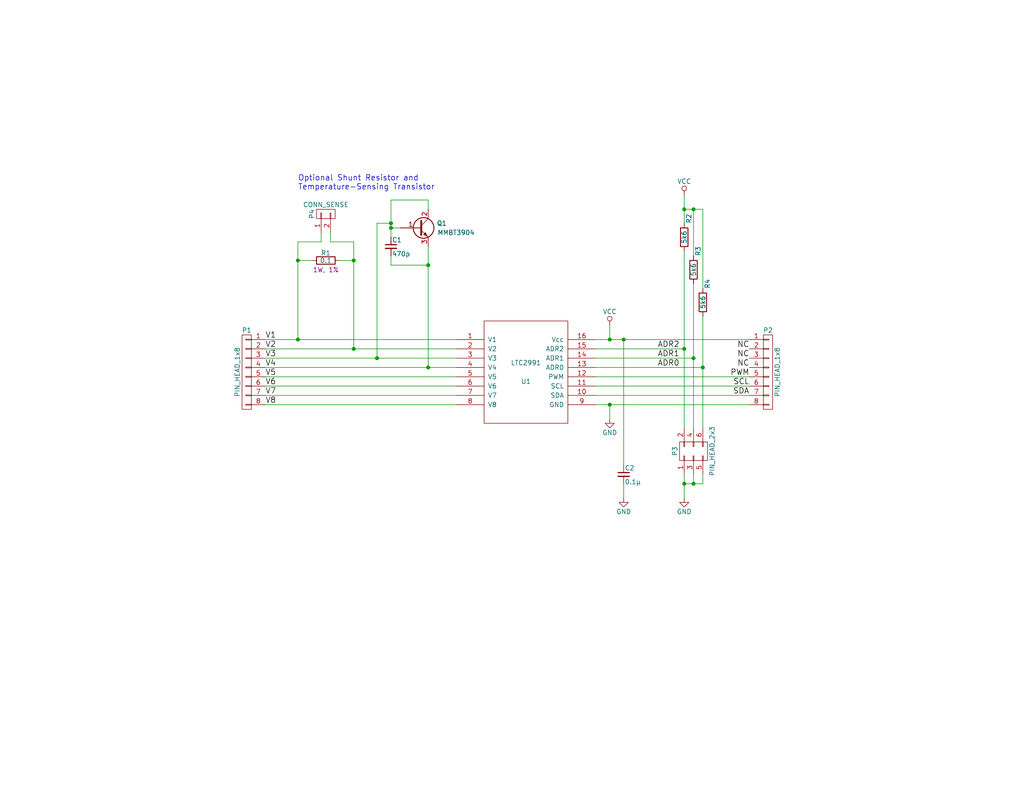
<source format=kicad_sch>
(kicad_sch (version 20230121) (generator eeschema)
  (paper "A")
  (title_block (title "LTC2991 Development Board") (date "2016-12-10") (rev "B2") (company "Paul Mullen <pm@nellump.net>") (comment 1 "<https://www.nellump.net/git/ltc2991-dev/>"))
  (lib_symbols
    (symbol "LTC2991_Dev_Board-rescue:CONN_01X02" (pin_names (offset 1.016) hide)
      (property "Reference" "P" (at 0 3.81 0))
      (property "Value" "CONN_01X02" (at 2.54 0 90))
      (symbol "CONN_01X02_0_1"
        (rectangle (start -1.27 -1.143) (end 0.254 -1.397))
        (rectangle (start -1.27 1.397) (end 0.254 1.143))
        (rectangle (start -1.27 2.54) (end 1.27 -2.54))
      )
      (symbol "CONN_01X02_1_1"
        (pin passive line (at -5.08 1.27 0) (length 3.81) (name "P1") (number "1"))
        (pin passive line (at -5.08 -1.27 0) (length 3.81) (name "P2") (number "2"))
      )
    )
    (symbol "LTC2991_Dev_Board-rescue:CONN_01X08" (pin_names (offset 1.016) hide)
      (property "Reference" "P" (at 0 11.43 0))
      (property "Value" "CONN_01X08" (at 2.54 0 90))
      (symbol "CONN_01X08_0_1"
        (rectangle (start -1.27 -10.16) (end 1.27 10.16))
        (rectangle (start -1.27 -8.763) (end 0.254 -9.017))
        (rectangle (start -1.27 -6.223) (end 0.254 -6.477))
        (rectangle (start -1.27 -3.683) (end 0.254 -3.937))
        (rectangle (start -1.27 -1.143) (end 0.254 -1.397))
        (rectangle (start -1.27 1.397) (end 0.254 1.143))
        (rectangle (start -1.27 3.937) (end 0.254 3.683))
        (rectangle (start -1.27 6.477) (end 0.254 6.223))
        (rectangle (start -1.27 9.017) (end 0.254 8.763))
      )
      (symbol "CONN_01X08_1_1"
        (pin passive line (at -5.08 8.89 0) (length 3.81) (name "P1") (number "1"))
        (pin passive line (at -5.08 6.35 0) (length 3.81) (name "P2") (number "2"))
        (pin passive line (at -5.08 3.81 0) (length 3.81) (name "P3") (number "3"))
        (pin passive line (at -5.08 1.27 0) (length 3.81) (name "P4") (number "4"))
        (pin passive line (at -5.08 -1.27 0) (length 3.81) (name "P5") (number "5"))
        (pin passive line (at -5.08 -3.81 0) (length 3.81) (name "P6") (number "6"))
        (pin passive line (at -5.08 -6.35 0) (length 3.81) (name "P7") (number "7"))
        (pin passive line (at -5.08 -8.89 0) (length 3.81) (name "P8") (number "8"))
      )
    )
    (symbol "LTC2991_Dev_Board-rescue:CONN_02X03" (pin_names (offset 0.0254) hide)
      (property "Reference" "P" (at 0 5.08 0))
      (property "Value" "CONN_02X03" (at 0 -5.08 0))
      (symbol "CONN_02X03_0_1"
        (rectangle (start -2.54 -2.413) (end -1.27 -2.667))
        (rectangle (start -2.54 0.127) (end -1.27 -0.127))
        (rectangle (start -2.54 2.667) (end -1.27 2.413))
        (rectangle (start -2.54 3.81) (end 2.54 -3.81))
        (rectangle (start 1.27 -2.413) (end 2.54 -2.667))
        (rectangle (start 1.27 0.127) (end 2.54 -0.127))
        (rectangle (start 1.27 2.667) (end 2.54 2.413))
      )
      (symbol "CONN_02X03_1_1"
        (pin passive line (at -6.35 2.54 0) (length 3.81) (name "P1") (number "1"))
        (pin passive line (at 6.35 2.54 180) (length 3.81) (name "P2") (number "2"))
        (pin passive line (at -6.35 0 0) (length 3.81) (name "P3") (number "3"))
        (pin passive line (at 6.35 0 180) (length 3.81) (name "P4") (number "4"))
        (pin passive line (at -6.35 -2.54 0) (length 3.81) (name "P5") (number "5"))
        (pin passive line (at 6.35 -2.54 180) (length 3.81) (name "P6") (number "6"))
      )
    )
    (symbol "LTC2991_Dev_Board-rescue:C_Small" (pin_numbers hide) (pin_names (offset 0.254) hide)
      (property "Reference" "C" (at 0.254 1.778 0))
      (property "Value" "C_Small" (at 0.254 -2.032 0))
      (symbol "C_Small_0_1"
        (polyline (pts (xy -1.524 -0.508) (xy 1.524 -0.508)) (stroke (width 0.3302)))
        (polyline (pts (xy -1.524 0.508) (xy 1.524 0.508)) (stroke (width 0.3048)))
      )
      (symbol "C_Small_1_1"
        (pin passive line (at 0 2.54 270) (length 2.032) (name "~") (number "1"))
        (pin passive line (at 0 -2.54 90) (length 2.032) (name "~") (number "2"))
      )
    )
    (symbol "LTC2991_Dev_Board-rescue:GND" (power) (pin_names (offset 0))
      (property "Value" "GND" (at 0 -3.81 0))
      (symbol "GND_0_1"
        (polyline (pts (xy 0 0) (xy 0 -1.27) (xy 1.27 -1.27) (xy 0 -2.54) (xy -1.27 -1.27) (xy 0 -1.27)))
      )
      (symbol "GND_1_1"
        (pin power_in line (at 0 0 270) (length 0) hide (name "GND") (number "1"))
      )
    )
    (symbol "LTC2991_Dev_Board-rescue:Q_NPN_BCE" (pin_names (offset 0) hide)
      (property "Reference" "Q" (at 5.08 1.27 0))
      (property "Value" "Q_NPN_BCE" (at 5.08 -1.27 0))
      (symbol "Q_NPN_BCE_0_1"
        (polyline (pts (xy 0.635 0.635) (xy 2.54 2.54)))
        (polyline (pts (xy 0.635 -0.635) (xy 2.54 -2.54) (xy 2.54 -2.54)))
        (polyline (pts (xy 0.635 1.905) (xy 0.635 -1.905) (xy 0.635 -1.905)) (stroke (width 0.508)))
        (polyline (pts (xy 1.27 -1.778) (xy 1.778 -1.27) (xy 2.286 -2.286) (xy 1.27 -1.778) (xy 1.27 -1.778)) (fill (type outline)))
        (circle (center 1.27 0) (radius 2.8194) (stroke (width 0.254)))
      )
      (symbol "Q_NPN_BCE_1_1"
        (pin input line (at -5.08 0 0) (length 5.715) (name "B") (number "1"))
        (pin passive line (at 2.54 5.08 270) (length 2.54) (name "C") (number "2"))
        (pin passive line (at 2.54 -5.08 90) (length 2.54) (name "E") (number "3"))
      )
    )
    (symbol "LTC2991_Dev_Board-rescue:R" (pin_numbers hide) (pin_names (offset 0))
      (property "Reference" "R" (at 2.032 0 90))
      (property "Value" "R" (at 0 0 90))
      (symbol "R_0_1"
        (rectangle (start -1.016 -2.54) (end 1.016 2.54) (stroke (width 0.254)))
      )
      (symbol "R_1_1"
        (pin passive line (at 0 3.81 270) (length 1.27) (name "~") (number "1"))
        (pin passive line (at 0 -3.81 90) (length 1.27) (name "~") (number "2"))
      )
    )
    (symbol "LTC2991_Dev_Board-rescue:VCC" (power) (pin_names (offset 0))
      (property "Value" "VCC" (at 0 3.81 0))
      (symbol "VCC_0_1"
        (polyline (pts (xy 0 0) (xy 0 1.27)))
        (circle (center 0 1.905) (radius 0.635))
      )
      (symbol "VCC_1_1"
        (pin power_in line (at 0 0 90) (length 0) hide (name "VCC") (number "1"))
      )
    )
    (symbol "LTC299x:LTC2991" (pin_names (offset 1.016))
      (property "Reference" "U" (at 0 -2.54 0))
      (property "Value" "LTC2991" (at 0 2.54 0))
      (symbol "LTC2991_1_0"
        (rectangle (start -11.43 -13.97) (end 11.43 13.97))
      )
      (symbol "LTC2991_1_1"
        (pin input line (at -19.05 8.89 0) (length 7.62) (name "V1") (number "1"))
        (pin bidirectional line (at 19.05 -6.35 180) (length 7.62) (name "SDA") (number "10"))
        (pin input line (at 19.05 -3.81 180) (length 7.62) (name "SCL") (number "11"))
        (pin output line (at 19.05 -1.27 180) (length 7.62) (name "PWM") (number "12"))
        (pin input line (at 19.05 1.27 180) (length 7.62) (name "ADR0") (number "13"))
        (pin input line (at 19.05 3.81 180) (length 7.62) (name "ADR1") (number "14"))
        (pin input line (at 19.05 6.35 180) (length 7.62) (name "ADR2") (number "15"))
        (pin power_in line (at 19.05 8.89 180) (length 7.62) (name "Vcc") (number "16"))
        (pin input line (at -19.05 6.35 0) (length 7.62) (name "V2") (number "2"))
        (pin input line (at -19.05 3.81 0) (length 7.62) (name "V3") (number "3"))
        (pin input line (at -19.05 1.27 0) (length 7.62) (name "V4") (number "4"))
        (pin input line (at -19.05 -1.27 0) (length 7.62) (name "V5") (number "5"))
        (pin input line (at -19.05 -3.81 0) (length 7.62) (name "V6") (number "6"))
        (pin input line (at -19.05 -6.35 0) (length 7.62) (name "V7") (number "7"))
        (pin input line (at -19.05 -8.89 0) (length 7.62) (name "V8") (number "8"))
        (pin power_out line (at 19.05 -8.89 180) (length 7.62) (name "GND") (number "9"))
      )
    )
  )
  (junction (at 96.52 71.12))
  (junction (at 106.68 62.23))
  (junction (at 81.28 71.12))
  (junction (at 102.87 97.79))
  (junction (at 186.69 95.25))
  (junction (at 166.37 110.49))
  (junction (at 96.52 95.25))
  (junction (at 191.77 100.33))
  (junction (at 81.28 92.71))
  (junction (at 189.23 132.08))
  (junction (at 106.68 60.96))
  (junction (at 116.84 72.39))
  (junction (at 186.69 57.15))
  (junction (at 166.37 92.71))
  (junction (at 189.23 57.15))
  (junction (at 116.84 100.33))
  (junction (at 189.23 97.79))
  (junction (at 170.18 92.71))
  (junction (at 186.69 132.08))
  (wire (pts (xy 162.56 100.33) (xy 191.77 100.33)))
  (wire (pts (xy 162.56 110.49) (xy 166.37 110.49)))
  (wire (pts (xy 170.18 135.89) (xy 170.18 132.08)))
  (wire (pts (xy 162.56 92.71) (xy 166.37 92.71)))
  (wire (pts (xy 189.23 57.15) (xy 189.23 69.85)))
  (wire (pts (xy 85.09 71.12) (xy 81.28 71.12)))
  (wire (pts (xy 186.69 68.58) (xy 186.69 95.25)))
  (wire (pts (xy 106.68 62.23) (xy 109.22 62.23)))
  (wire (pts (xy 116.84 72.39) (xy 106.68 72.39)))
  (wire (pts (xy 72.39 97.79) (xy 102.87 97.79)))
  (wire (pts (xy 124.46 110.49) (xy 72.39 110.49)))
  (wire (pts (xy 90.17 66.04) (xy 90.17 63.5)))
  (wire (pts (xy 72.39 100.33) (xy 116.84 100.33)))
  (wire (pts (xy 87.63 66.04) (xy 87.63 63.5)))
  (wire (pts (xy 102.87 60.96) (xy 102.87 97.79)))
  (wire (pts (xy 166.37 92.71) (xy 170.18 92.71)))
  (wire (pts (xy 106.68 60.96) (xy 102.87 60.96)))
  (wire (pts (xy 116.84 67.31) (xy 116.84 72.39)))
  (wire (pts (xy 116.84 72.39) (xy 116.84 100.33)))
  (wire (pts (xy 166.37 88.9) (xy 166.37 92.71)))
  (wire (pts (xy 106.68 60.96) (xy 106.68 62.23)))
  (wire (pts (xy 162.56 105.41) (xy 204.47 105.41)))
  (wire (pts (xy 90.17 66.04) (xy 96.52 66.04)))
  (wire (pts (xy 166.37 110.49) (xy 204.47 110.49)))
  (wire (pts (xy 106.68 62.23) (xy 106.68 64.77)))
  (wire (pts (xy 116.84 57.15) (xy 116.84 54.61)))
  (wire (pts (xy 106.68 72.39) (xy 106.68 69.85)))
  (wire (pts (xy 191.77 132.08) (xy 191.77 129.54)))
  (wire (pts (xy 170.18 127) (xy 170.18 92.71)))
  (wire (pts (xy 116.84 54.61) (xy 106.68 54.61)))
  (wire (pts (xy 106.68 54.61) (xy 106.68 60.96)))
  (wire (pts (xy 72.39 107.95) (xy 124.46 107.95)))
  (wire (pts (xy 186.69 57.15) (xy 189.23 57.15)))
  (wire (pts (xy 96.52 71.12) (xy 96.52 95.25)))
  (wire (pts (xy 170.18 92.71) (xy 204.47 92.71)))
  (wire (pts (xy 189.23 97.79) (xy 189.23 116.84)))
  (wire (pts (xy 189.23 77.47) (xy 189.23 97.79)))
  (wire (pts (xy 186.69 132.08) (xy 186.69 135.89)))
  (wire (pts (xy 162.56 97.79) (xy 189.23 97.79)))
  (wire (pts (xy 186.69 95.25) (xy 186.69 116.84)))
  (wire (pts (xy 189.23 132.08) (xy 191.77 132.08)))
  (wire (pts (xy 191.77 57.15) (xy 191.77 78.74)))
  (wire (pts (xy 204.47 102.87) (xy 162.56 102.87)))
  (wire (pts (xy 96.52 95.25) (xy 124.46 95.25)))
  (wire (pts (xy 81.28 92.71) (xy 124.46 92.71)))
  (wire (pts (xy 204.47 107.95) (xy 162.56 107.95)))
  (wire (pts (xy 102.87 97.79) (xy 124.46 97.79)))
  (wire (pts (xy 186.69 95.25) (xy 162.56 95.25)))
  (wire (pts (xy 72.39 102.87) (xy 124.46 102.87)))
  (wire (pts (xy 116.84 100.33) (xy 124.46 100.33)))
  (wire (pts (xy 186.69 132.08) (xy 189.23 132.08)))
  (wire (pts (xy 189.23 57.15) (xy 191.77 57.15)))
  (wire (pts (xy 186.69 129.54) (xy 186.69 132.08)))
  (wire (pts (xy 92.71 71.12) (xy 96.52 71.12)))
  (wire (pts (xy 186.69 53.34) (xy 186.69 57.15)))
  (wire (pts (xy 96.52 66.04) (xy 96.52 71.12)))
  (wire (pts (xy 191.77 100.33) (xy 191.77 116.84)))
  (wire (pts (xy 81.28 71.12) (xy 81.28 92.71)))
  (wire (pts (xy 186.69 57.15) (xy 186.69 60.96)))
  (wire (pts (xy 81.28 66.04) (xy 81.28 71.12)))
  (wire (pts (xy 166.37 114.3) (xy 166.37 110.49)))
  (wire (pts (xy 189.23 129.54) (xy 189.23 132.08)))
  (wire (pts (xy 72.39 92.71) (xy 81.28 92.71)))
  (wire (pts (xy 81.28 66.04) (xy 87.63 66.04)))
  (wire (pts (xy 72.39 95.25) (xy 96.52 95.25)))
  (wire (pts (xy 191.77 86.36) (xy 191.77 100.33)))
  (wire (pts (xy 124.46 105.41) (xy 72.39 105.41)))
  (text "Optional Shunt Resistor and\nTemperature-Sensing Transistor" (at 81.28 52.07 0) (effects (font (size 1.524 1.524)) (justify left bottom)))
  (label "V7" (at 72.39 107.95 0) (effects (font (size 1.524 1.524))))
  (label "SDA" (at 204.47 107.95 180) (effects (font (size 1.524 1.524))))
  (label "V2" (at 72.39 95.25 0) (effects (font (size 1.524 1.524))))
  (label "V3" (at 72.39 97.79 0) (effects (font (size 1.524 1.524))))
  (label "PWM" (at 204.47 102.87 180) (effects (font (size 1.524 1.524))))
  (label "NC" (at 204.47 100.33 180) (effects (font (size 1.524 1.524))))
  (label "V4" (at 72.39 100.33 0) (effects (font (size 1.524 1.524))))
  (label "SCL" (at 204.47 105.41 180) (effects (font (size 1.524 1.524))))
  (label "NC" (at 204.47 95.25 180) (effects (font (size 1.524 1.524))))
  (label "NC" (at 204.47 97.79 180) (effects (font (size 1.524 1.524))))
  (label "V6" (at 72.39 105.41 0) (effects (font (size 1.524 1.524))))
  (label "V1" (at 72.39 92.71 0) (effects (font (size 1.524 1.524))))
  (label "ADR0" (at 185.42 100.33 180) (effects (font (size 1.524 1.524))))
  (label "V8" (at 72.39 110.49 0) (effects (font (size 1.524 1.524))))
  (label "ADR2" (at 185.42 95.25 180) (effects (font (size 1.524 1.524))))
  (label "V5" (at 72.39 102.87 0) (effects (font (size 1.524 1.524))))
  (label "ADR1" (at 185.42 97.79 180) (effects (font (size 1.524 1.524))))
  (symbol (lib_id "LTC299x:LTC2991") (at 143.51 101.6 0) (unit 1)
    (property "Reference" "U1" (at 143.51 104.14 0))
    (property "Value" "LTC2991" (at 143.51 99.06 0))
    (property "Footprint" "Local:MSOP-16" (effects hide))
  )
  (symbol (lib_id "LTC2991_Dev_Board-rescue:R") (at 186.69 64.77 0) (unit 1)
    (property "Reference" "R2" (at 187.96 59.69 90))
    (property "Value" "5k6" (at 186.69 64.77 90))
    (property "Footprint" "Resistors_SMD:R_0603" (effects hide))
  )
  (symbol (lib_id "LTC2991_Dev_Board-rescue:R") (at 189.23 73.66 0) (unit 1)
    (property "Reference" "R3" (at 190.5 68.58 90))
    (property "Value" "5k6" (at 189.23 73.66 90))
    (property "Footprint" "Resistors_SMD:R_0603" (effects hide))
  )
  (symbol (lib_id "LTC2991_Dev_Board-rescue:R") (at 191.77 82.55 0) (unit 1)
    (property "Reference" "R4" (at 193.04 77.47 90))
    (property "Value" "5k6" (at 191.77 82.55 90))
    (property "Footprint" "Resistors_SMD:R_0603" (effects hide))
  )
  (symbol (lib_id "LTC2991_Dev_Board-rescue:R") (at 88.9 71.12 90) (unit 1)
    (property "Reference" "R1" (at 88.9 69.088 90))
    (property "Value" "0.1" (at 88.9 71.12 90))
    (property "Footprint" "Resistors_SMD:R_1206" (effects hide))
    (property "Note" "1W, 1%" (at 88.9 73.66 90))
  )
  (symbol (lib_id "LTC2991_Dev_Board-rescue:Q_NPN_BCE") (at 114.3 62.23 0) (unit 1)
    (property "Reference" "Q1" (at 121.92 60.96 0) (effects (justify right)))
    (property "Value" "MMBT3904" (at 129.54 63.5 0) (effects (justify right)))
    (property "Footprint" "Housings_SOT-23_SOT-143_TSOT-6:SOT-23" (effects hide))
  )
  (symbol (lib_id "LTC2991_Dev_Board-rescue:CONN_02X03") (at 189.23 123.19 90) (unit 1)
    (property "Reference" "P3" (at 184.15 123.19 0))
    (property "Value" "PIN_HEAD_2x3" (at 194.31 123.19 0))
    (property "Footprint" "Pin_Headers:Pin_Header_Straight_2x03" (effects hide))
  )
  (symbol (lib_id "LTC2991_Dev_Board-rescue:CONN_01X08") (at 67.31 101.6 0) (mirror y) (unit 1)
    (property "Reference" "P1" (at 67.31 90.17 0))
    (property "Value" "PIN_HEAD_1x8" (at 64.77 101.6 90))
    (property "Footprint" "Pin_Headers:Pin_Header_Straight_1x08" (effects hide))
  )
  (symbol (lib_id "LTC2991_Dev_Board-rescue:CONN_01X08") (at 209.55 101.6 0) (unit 1)
    (property "Reference" "P2" (at 209.55 90.17 0))
    (property "Value" "PIN_HEAD_1x8" (at 212.09 101.6 90))
    (property "Footprint" "Pin_Headers:Pin_Header_Straight_1x08" (effects hide))
  )
  (symbol (lib_id "LTC2991_Dev_Board-rescue:CONN_01X02") (at 88.9 58.42 90) (unit 1)
    (property "Reference" "P4" (at 85.09 58.42 0))
    (property "Value" "CONN_SENSE" (at 88.9 55.88 90))
    (property "Footprint" "Pin_Headers:Pin_Header_Straight_1x02" (effects hide))
  )
  (symbol (lib_id "LTC2991_Dev_Board-rescue:C_Small") (at 170.18 129.54 0) (unit 1)
    (property "Reference" "C2" (at 170.434 127.762 0) (effects (justify left)))
    (property "Value" "0.1μ" (at 170.434 131.572 0) (effects (justify left)))
    (property "Footprint" "Capacitors_SMD:C_0402" (effects hide))
  )
  (symbol (lib_id "LTC2991_Dev_Board-rescue:C_Small") (at 106.68 67.31 0) (unit 1)
    (property "Reference" "C1" (at 106.934 65.532 0) (effects (justify left)))
    (property "Value" "470p" (at 106.934 69.342 0) (effects (justify left)))
    (property "Footprint" "Capacitors_SMD:C_0402" (effects hide))
  )
  (symbol (lib_id "LTC2991_Dev_Board-rescue:VCC") (at 186.69 53.34 0) (unit 1)
    (property "Reference" "#PWR1" (effects hide))
    (property "Value" "VCC" (at 186.69 49.53 0))
  )
  (symbol (lib_id "LTC2991_Dev_Board-rescue:VCC") (at 166.37 88.9 0) (unit 1)
    (property "Reference" "#PWR2" (effects hide))
    (property "Value" "VCC" (at 166.37 85.09 0))
  )
  (symbol (lib_id "LTC2991_Dev_Board-rescue:GND") (at 166.37 114.3 0) (unit 1)
    (property "Reference" "#PWR3" (effects hide))
    (property "Value" "GND" (at 166.37 118.11 0))
  )
  (symbol (lib_id "LTC2991_Dev_Board-rescue:GND") (at 186.69 135.89 0) (unit 1)
    (property "Reference" "#PWR5" (effects hide))
    (property "Value" "GND" (at 186.69 139.7 0))
  )
  (symbol (lib_id "LTC2991_Dev_Board-rescue:GND") (at 170.18 135.89 0) (unit 1)
    (property "Reference" "#PWR4" (effects hide))
    (property "Value" "GND" (at 170.18 139.7 0))
  )
)
</source>
